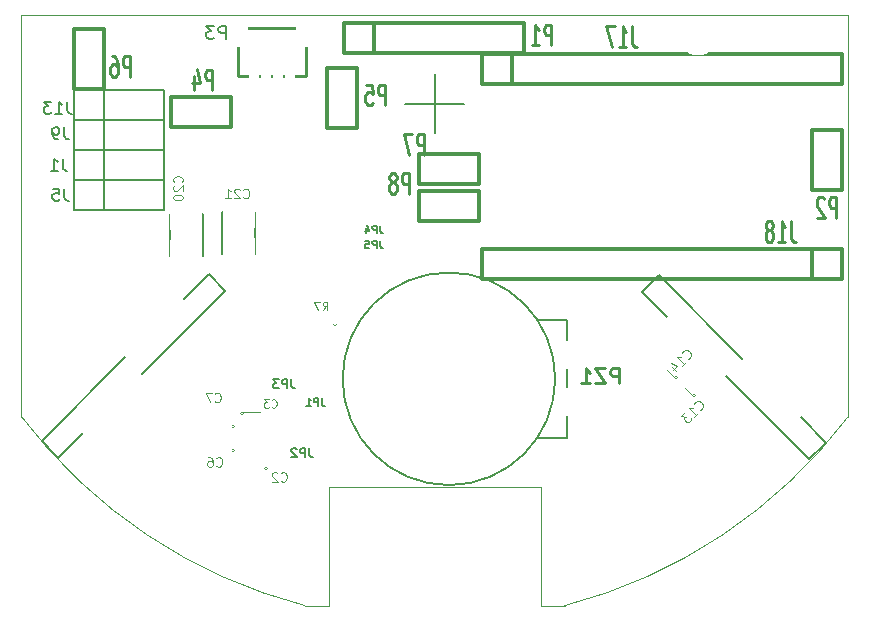
<source format=gbr>
G04 (created by PCBNEW (2013-07-07 BZR 4022)-stable) date 2/19/2015 5:20:46 AM*
%MOIN*%
G04 Gerber Fmt 3.4, Leading zero omitted, Abs format*
%FSLAX34Y34*%
G01*
G70*
G90*
G04 APERTURE LIST*
%ADD10C,0.00590551*%
%ADD11C,0.00393701*%
%ADD12C,0.00787402*%
%ADD13C,0.0039*%
%ADD14C,0.012*%
%ADD15C,0.006*%
%ADD16C,0.01*%
%ADD17C,0.005*%
%ADD18C,0.0043*%
%ADD19C,0.0107*%
%ADD20C,0.0099*%
%ADD21C,0.0050748*%
%ADD22C,0.0047*%
%ADD23R,0.0469685X0.0669685*%
%ADD24R,0.0669685X0.0469685*%
%ADD25R,0.0669685X0.0669685*%
%ADD26C,0.0669685*%
%ADD27R,0.0319685X0.0419685*%
%ADD28R,0.0719685X0.0719685*%
%ADD29C,0.0719685*%
%ADD30C,0.0906685*%
%ADD31R,0.0355685X0.0729685*%
%ADD32R,0.0591685X0.0827685*%
%ADD33R,0.110369X0.0887685*%
%ADD34C,0.153701*%
%ADD35C,0.130079*%
%ADD36C,0.0769291*%
G04 APERTURE END LIST*
G54D10*
G54D11*
X102367Y-58653D02*
G75*
G02X92910Y-64961I-13785J10425D01*
G74*
G01*
X92913Y-64960D02*
X92125Y-64960D01*
X84251Y-64960D02*
X85039Y-64960D01*
X85039Y-61023D02*
X92125Y-61023D01*
X74797Y-58653D02*
G75*
G03X84255Y-64961I13785J10425D01*
G74*
G01*
X92125Y-61023D02*
X92125Y-64960D01*
X85039Y-61023D02*
X85039Y-64960D01*
G54D12*
X87598Y-48228D02*
X89566Y-48228D01*
X88582Y-47244D02*
X88582Y-49212D01*
G54D11*
X74803Y-58661D02*
X74803Y-45275D01*
X102362Y-45275D02*
X102362Y-58661D01*
X74803Y-45275D02*
X102362Y-45275D01*
G54D13*
X81900Y-59000D02*
G75*
G03X81900Y-59000I-50J0D01*
G74*
G01*
X81400Y-59000D02*
X81800Y-59000D01*
X81800Y-59000D02*
X81800Y-58400D01*
X81800Y-58400D02*
X81400Y-58400D01*
X81000Y-58400D02*
X80600Y-58400D01*
X80600Y-58400D02*
X80600Y-59000D01*
X80600Y-59000D02*
X81000Y-59000D01*
X85300Y-55600D02*
G75*
G03X85300Y-55600I-50J0D01*
G74*
G01*
X85250Y-55150D02*
X85250Y-55550D01*
X85250Y-55550D02*
X85850Y-55550D01*
X85850Y-55550D02*
X85850Y-55150D01*
X85850Y-54750D02*
X85850Y-54350D01*
X85850Y-54350D02*
X85250Y-54350D01*
X85250Y-54350D02*
X85250Y-54750D01*
X83000Y-60400D02*
G75*
G03X83000Y-60400I-50J0D01*
G74*
G01*
X82950Y-60850D02*
X82950Y-60450D01*
X82950Y-60450D02*
X82350Y-60450D01*
X82350Y-60450D02*
X82350Y-60850D01*
X82350Y-61250D02*
X82350Y-61650D01*
X82350Y-61650D02*
X82950Y-61650D01*
X82950Y-61650D02*
X82950Y-61250D01*
X82200Y-58550D02*
G75*
G03X82200Y-58550I-50J0D01*
G74*
G01*
X82150Y-58100D02*
X82150Y-58500D01*
X82150Y-58500D02*
X82750Y-58500D01*
X82750Y-58500D02*
X82750Y-58100D01*
X82750Y-57700D02*
X82750Y-57300D01*
X82750Y-57300D02*
X82150Y-57300D01*
X82150Y-57300D02*
X82150Y-57700D01*
X96671Y-57352D02*
G75*
G03X96671Y-57352I-49J0D01*
G74*
G01*
X96303Y-57670D02*
X96586Y-57387D01*
X96586Y-57387D02*
X96162Y-56963D01*
X96162Y-56963D02*
X95879Y-57246D01*
X95596Y-57529D02*
X95313Y-57812D01*
X95313Y-57812D02*
X95737Y-58236D01*
X95737Y-58236D02*
X96020Y-57953D01*
X97271Y-57952D02*
G75*
G03X97271Y-57952I-49J0D01*
G74*
G01*
X96903Y-58270D02*
X97186Y-57987D01*
X97186Y-57987D02*
X96762Y-57563D01*
X96762Y-57563D02*
X96479Y-57846D01*
X96196Y-58129D02*
X95913Y-58412D01*
X95913Y-58412D02*
X96337Y-58836D01*
X96337Y-58836D02*
X96620Y-58553D01*
X81900Y-59800D02*
G75*
G03X81900Y-59800I-50J0D01*
G74*
G01*
X81400Y-59800D02*
X81800Y-59800D01*
X81800Y-59800D02*
X81800Y-59200D01*
X81800Y-59200D02*
X81400Y-59200D01*
X81000Y-59200D02*
X80600Y-59200D01*
X80600Y-59200D02*
X80600Y-59800D01*
X80600Y-59800D02*
X81000Y-59800D01*
G54D14*
X85553Y-45525D02*
X85553Y-46525D01*
X85553Y-46525D02*
X91553Y-46525D01*
X91553Y-46525D02*
X91553Y-45525D01*
X91553Y-45525D02*
X85553Y-45525D01*
X86553Y-45525D02*
X86553Y-46525D01*
X101150Y-51100D02*
X102150Y-51100D01*
X102150Y-51100D02*
X102150Y-49100D01*
X102150Y-49100D02*
X101150Y-49100D01*
X101150Y-49100D02*
X101150Y-51100D01*
X85000Y-49050D02*
X86000Y-49050D01*
X86000Y-49050D02*
X86000Y-47050D01*
X86000Y-47050D02*
X85000Y-47050D01*
X85000Y-47050D02*
X85000Y-49050D01*
X79800Y-48000D02*
X79800Y-49000D01*
X79800Y-49000D02*
X81800Y-49000D01*
X81800Y-49000D02*
X81800Y-48000D01*
X81800Y-48000D02*
X79800Y-48000D01*
X76550Y-47750D02*
X77550Y-47750D01*
X77550Y-47750D02*
X77550Y-45750D01*
X77550Y-45750D02*
X76550Y-45750D01*
X76550Y-45750D02*
X76550Y-47750D01*
X90150Y-46571D02*
X90150Y-46571D01*
X90150Y-46571D02*
X90150Y-47571D01*
X90150Y-47571D02*
X100150Y-47571D01*
X100150Y-46571D02*
X90150Y-46571D01*
X91150Y-46571D02*
X91150Y-47571D01*
X100150Y-47571D02*
X101900Y-47571D01*
X101900Y-47571D02*
X102150Y-47571D01*
X102150Y-47571D02*
X102150Y-46571D01*
X102150Y-46571D02*
X100150Y-46571D01*
X102150Y-54071D02*
X102150Y-54071D01*
X102150Y-54071D02*
X102150Y-53071D01*
X102150Y-53071D02*
X92150Y-53071D01*
X92150Y-54071D02*
X102150Y-54071D01*
X101150Y-54071D02*
X101150Y-53071D01*
X92150Y-53071D02*
X90400Y-53071D01*
X90400Y-53071D02*
X90150Y-53071D01*
X90150Y-53071D02*
X90150Y-54071D01*
X90150Y-54071D02*
X92150Y-54071D01*
G54D15*
X76553Y-50775D02*
X76553Y-51775D01*
X76553Y-51775D02*
X79553Y-51775D01*
X79553Y-51775D02*
X79553Y-50775D01*
X79553Y-50775D02*
X76553Y-50775D01*
X77553Y-51775D02*
X77553Y-50775D01*
X76553Y-49775D02*
X76553Y-50775D01*
X76553Y-50775D02*
X79553Y-50775D01*
X79553Y-50775D02*
X79553Y-49775D01*
X79553Y-49775D02*
X76553Y-49775D01*
X77553Y-50775D02*
X77553Y-49775D01*
X76553Y-48775D02*
X76553Y-49775D01*
X76553Y-49775D02*
X79553Y-49775D01*
X79553Y-49775D02*
X79553Y-48775D01*
X79553Y-48775D02*
X76553Y-48775D01*
X77553Y-49775D02*
X77553Y-48775D01*
X76553Y-47775D02*
X76553Y-48775D01*
X76553Y-48775D02*
X79553Y-48775D01*
X79553Y-48775D02*
X79553Y-47775D01*
X79553Y-47775D02*
X76553Y-47775D01*
X77553Y-48775D02*
X77553Y-47775D01*
G54D10*
X92987Y-55431D02*
X92002Y-55431D01*
X92987Y-59368D02*
X92002Y-59368D01*
X92987Y-59368D02*
X92987Y-55431D01*
X92593Y-57400D02*
G75*
G03X92593Y-57400I-3543J0D01*
G74*
G01*
G54D16*
X82019Y-45721D02*
X82019Y-47293D01*
X82019Y-47293D02*
X84281Y-47293D01*
X84281Y-47293D02*
X84281Y-45721D01*
X84281Y-45721D02*
X82019Y-45721D01*
X82019Y-46496D02*
X82019Y-47293D01*
X82019Y-47293D02*
X82166Y-47293D01*
X84281Y-46496D02*
X84281Y-47293D01*
X84281Y-47293D02*
X84134Y-47293D01*
X82560Y-45721D02*
X83740Y-45721D01*
G54D17*
X80850Y-52125D02*
X79750Y-52125D01*
X80850Y-51900D02*
X80850Y-53300D01*
X80850Y-53300D02*
X79750Y-53300D01*
X79750Y-53300D02*
X79750Y-51900D01*
X79750Y-51900D02*
X80850Y-51900D01*
X82600Y-52075D02*
X81500Y-52075D01*
X82600Y-51850D02*
X82600Y-53250D01*
X82600Y-53250D02*
X81500Y-53250D01*
X81500Y-53250D02*
X81500Y-51850D01*
X81500Y-51850D02*
X82600Y-51850D01*
G54D14*
X90050Y-50900D02*
X90050Y-49900D01*
X90050Y-49900D02*
X88050Y-49900D01*
X88050Y-49900D02*
X88050Y-50900D01*
X88050Y-50900D02*
X90050Y-50900D01*
X90050Y-52150D02*
X90050Y-51150D01*
X90050Y-51150D02*
X88050Y-51150D01*
X88050Y-51150D02*
X88050Y-52150D01*
X88050Y-52150D02*
X90050Y-52150D01*
G54D10*
X78812Y-57244D02*
X81596Y-54460D01*
X81596Y-54460D02*
X81039Y-53903D01*
X81039Y-53903D02*
X80204Y-54739D01*
X78255Y-56687D02*
X75471Y-59471D01*
X75471Y-59471D02*
X76028Y-60028D01*
X76028Y-60028D02*
X76863Y-59193D01*
X98833Y-56740D02*
X96049Y-53956D01*
X96049Y-53956D02*
X95492Y-54513D01*
X95492Y-54513D02*
X96327Y-55348D01*
X98276Y-57297D02*
X101060Y-60081D01*
X101060Y-60081D02*
X101616Y-59524D01*
X101616Y-59524D02*
X100781Y-58689D01*
G54D18*
X81252Y-58147D02*
X81267Y-58162D01*
X81312Y-58177D01*
X81342Y-58177D01*
X81387Y-58162D01*
X81417Y-58132D01*
X81432Y-58102D01*
X81447Y-58042D01*
X81447Y-57997D01*
X81432Y-57937D01*
X81417Y-57907D01*
X81387Y-57877D01*
X81342Y-57862D01*
X81312Y-57862D01*
X81267Y-57877D01*
X81252Y-57892D01*
X81147Y-57862D02*
X80937Y-57862D01*
X81072Y-58177D01*
X84845Y-55111D02*
X84937Y-54980D01*
X85003Y-55111D02*
X85003Y-54835D01*
X84898Y-54835D01*
X84872Y-54848D01*
X84859Y-54862D01*
X84845Y-54888D01*
X84845Y-54927D01*
X84859Y-54954D01*
X84872Y-54967D01*
X84898Y-54980D01*
X85003Y-54980D01*
X84754Y-54835D02*
X84570Y-54835D01*
X84688Y-55111D01*
X83452Y-60797D02*
X83467Y-60812D01*
X83512Y-60827D01*
X83542Y-60827D01*
X83587Y-60812D01*
X83617Y-60782D01*
X83632Y-60752D01*
X83647Y-60692D01*
X83647Y-60647D01*
X83632Y-60587D01*
X83617Y-60557D01*
X83587Y-60527D01*
X83542Y-60512D01*
X83512Y-60512D01*
X83467Y-60527D01*
X83452Y-60542D01*
X83332Y-60542D02*
X83317Y-60527D01*
X83287Y-60512D01*
X83212Y-60512D01*
X83182Y-60527D01*
X83167Y-60542D01*
X83152Y-60572D01*
X83152Y-60602D01*
X83167Y-60647D01*
X83347Y-60827D01*
X83152Y-60827D01*
X83145Y-58335D02*
X83159Y-58348D01*
X83198Y-58361D01*
X83224Y-58361D01*
X83264Y-58348D01*
X83290Y-58322D01*
X83303Y-58295D01*
X83316Y-58243D01*
X83316Y-58204D01*
X83303Y-58151D01*
X83290Y-58125D01*
X83264Y-58098D01*
X83224Y-58085D01*
X83198Y-58085D01*
X83159Y-58098D01*
X83145Y-58112D01*
X83054Y-58085D02*
X82883Y-58085D01*
X82975Y-58190D01*
X82935Y-58190D01*
X82909Y-58204D01*
X82896Y-58217D01*
X82883Y-58243D01*
X82883Y-58309D01*
X82896Y-58335D01*
X82909Y-58348D01*
X82935Y-58361D01*
X83014Y-58361D01*
X83040Y-58348D01*
X83054Y-58335D01*
X97012Y-56725D02*
X97033Y-56725D01*
X97075Y-56704D01*
X97097Y-56683D01*
X97118Y-56640D01*
X97118Y-56598D01*
X97107Y-56566D01*
X97075Y-56513D01*
X97044Y-56481D01*
X96990Y-56449D01*
X96959Y-56439D01*
X96916Y-56439D01*
X96874Y-56460D01*
X96853Y-56481D01*
X96831Y-56524D01*
X96831Y-56545D01*
X96821Y-56959D02*
X96948Y-56831D01*
X96884Y-56895D02*
X96662Y-56672D01*
X96715Y-56683D01*
X96757Y-56683D01*
X96789Y-56672D01*
X96481Y-57001D02*
X96630Y-57150D01*
X96449Y-56863D02*
X96662Y-56969D01*
X96524Y-57107D01*
X97412Y-58425D02*
X97433Y-58425D01*
X97475Y-58404D01*
X97497Y-58383D01*
X97518Y-58340D01*
X97518Y-58298D01*
X97507Y-58266D01*
X97475Y-58213D01*
X97444Y-58181D01*
X97390Y-58149D01*
X97359Y-58139D01*
X97316Y-58139D01*
X97274Y-58160D01*
X97253Y-58181D01*
X97231Y-58224D01*
X97231Y-58245D01*
X97221Y-58659D02*
X97348Y-58531D01*
X97284Y-58595D02*
X97062Y-58372D01*
X97115Y-58383D01*
X97157Y-58383D01*
X97189Y-58372D01*
X96924Y-58510D02*
X96786Y-58648D01*
X96945Y-58659D01*
X96913Y-58690D01*
X96902Y-58722D01*
X96902Y-58744D01*
X96913Y-58775D01*
X96966Y-58828D01*
X96998Y-58839D01*
X97019Y-58839D01*
X97051Y-58828D01*
X97115Y-58765D01*
X97125Y-58733D01*
X97125Y-58712D01*
X81302Y-60297D02*
X81317Y-60312D01*
X81362Y-60327D01*
X81392Y-60327D01*
X81437Y-60312D01*
X81467Y-60282D01*
X81482Y-60252D01*
X81497Y-60192D01*
X81497Y-60147D01*
X81482Y-60087D01*
X81467Y-60057D01*
X81437Y-60027D01*
X81392Y-60012D01*
X81362Y-60012D01*
X81317Y-60027D01*
X81302Y-60042D01*
X81032Y-60012D02*
X81092Y-60012D01*
X81122Y-60027D01*
X81137Y-60042D01*
X81167Y-60087D01*
X81182Y-60147D01*
X81182Y-60267D01*
X81167Y-60297D01*
X81152Y-60312D01*
X81122Y-60327D01*
X81062Y-60327D01*
X81032Y-60312D01*
X81017Y-60297D01*
X81002Y-60267D01*
X81002Y-60192D01*
X81017Y-60162D01*
X81032Y-60147D01*
X81062Y-60132D01*
X81122Y-60132D01*
X81152Y-60147D01*
X81167Y-60162D01*
X81182Y-60192D01*
G54D19*
X92465Y-46275D02*
X92465Y-45594D01*
X92302Y-45594D01*
X92262Y-45627D01*
X92241Y-45659D01*
X92221Y-45724D01*
X92221Y-45821D01*
X92241Y-45886D01*
X92262Y-45918D01*
X92302Y-45951D01*
X92465Y-45951D01*
X91813Y-46275D02*
X92058Y-46275D01*
X91936Y-46275D02*
X91936Y-45594D01*
X91976Y-45691D01*
X92017Y-45756D01*
X92058Y-45789D01*
G54D14*
G54D19*
X101965Y-52025D02*
X101965Y-51344D01*
X101802Y-51344D01*
X101762Y-51377D01*
X101741Y-51409D01*
X101721Y-51474D01*
X101721Y-51571D01*
X101741Y-51636D01*
X101762Y-51668D01*
X101802Y-51701D01*
X101965Y-51701D01*
X101558Y-51409D02*
X101537Y-51377D01*
X101497Y-51344D01*
X101395Y-51344D01*
X101354Y-51377D01*
X101334Y-51409D01*
X101313Y-51474D01*
X101313Y-51539D01*
X101334Y-51636D01*
X101578Y-52025D01*
X101313Y-52025D01*
G54D14*
G54D19*
X86915Y-48275D02*
X86915Y-47594D01*
X86752Y-47594D01*
X86712Y-47627D01*
X86691Y-47659D01*
X86671Y-47724D01*
X86671Y-47821D01*
X86691Y-47886D01*
X86712Y-47918D01*
X86752Y-47951D01*
X86915Y-47951D01*
X86284Y-47594D02*
X86487Y-47594D01*
X86508Y-47918D01*
X86487Y-47886D01*
X86447Y-47854D01*
X86345Y-47854D01*
X86304Y-47886D01*
X86284Y-47918D01*
X86263Y-47983D01*
X86263Y-48145D01*
X86284Y-48210D01*
X86304Y-48243D01*
X86345Y-48275D01*
X86447Y-48275D01*
X86487Y-48243D01*
X86508Y-48210D01*
G54D14*
G54D19*
X81165Y-47775D02*
X81165Y-47094D01*
X81002Y-47094D01*
X80962Y-47127D01*
X80941Y-47159D01*
X80921Y-47224D01*
X80921Y-47321D01*
X80941Y-47386D01*
X80962Y-47418D01*
X81002Y-47451D01*
X81165Y-47451D01*
X80554Y-47321D02*
X80554Y-47775D01*
X80656Y-47062D02*
X80758Y-47548D01*
X80493Y-47548D01*
G54D14*
G54D19*
X78415Y-47325D02*
X78415Y-46644D01*
X78252Y-46644D01*
X78212Y-46677D01*
X78191Y-46709D01*
X78171Y-46774D01*
X78171Y-46871D01*
X78191Y-46936D01*
X78212Y-46968D01*
X78252Y-47001D01*
X78415Y-47001D01*
X77804Y-46644D02*
X77886Y-46644D01*
X77926Y-46677D01*
X77947Y-46709D01*
X77987Y-46806D01*
X78008Y-46936D01*
X78008Y-47195D01*
X77987Y-47260D01*
X77967Y-47293D01*
X77926Y-47325D01*
X77845Y-47325D01*
X77804Y-47293D01*
X77784Y-47260D01*
X77763Y-47195D01*
X77763Y-47033D01*
X77784Y-46968D01*
X77804Y-46936D01*
X77845Y-46904D01*
X77926Y-46904D01*
X77967Y-46936D01*
X77987Y-46968D01*
X78008Y-47033D01*
G54D14*
G54D19*
X95146Y-45644D02*
X95146Y-46131D01*
X95166Y-46228D01*
X95207Y-46293D01*
X95268Y-46325D01*
X95309Y-46325D01*
X94718Y-46325D02*
X94963Y-46325D01*
X94840Y-46325D02*
X94840Y-45644D01*
X94881Y-45741D01*
X94922Y-45806D01*
X94963Y-45839D01*
X94575Y-45644D02*
X94290Y-45644D01*
X94473Y-46325D01*
G54D14*
G54D19*
X100446Y-52144D02*
X100446Y-52631D01*
X100466Y-52728D01*
X100507Y-52793D01*
X100568Y-52825D01*
X100609Y-52825D01*
X100018Y-52825D02*
X100263Y-52825D01*
X100140Y-52825D02*
X100140Y-52144D01*
X100181Y-52241D01*
X100222Y-52306D01*
X100263Y-52339D01*
X99773Y-52436D02*
X99814Y-52404D01*
X99835Y-52371D01*
X99855Y-52306D01*
X99855Y-52274D01*
X99835Y-52209D01*
X99814Y-52177D01*
X99773Y-52144D01*
X99692Y-52144D01*
X99651Y-52177D01*
X99631Y-52209D01*
X99610Y-52274D01*
X99610Y-52306D01*
X99631Y-52371D01*
X99651Y-52404D01*
X99692Y-52436D01*
X99773Y-52436D01*
X99814Y-52468D01*
X99835Y-52501D01*
X99855Y-52566D01*
X99855Y-52695D01*
X99835Y-52760D01*
X99814Y-52793D01*
X99773Y-52825D01*
X99692Y-52825D01*
X99651Y-52793D01*
X99631Y-52760D01*
X99610Y-52695D01*
X99610Y-52566D01*
X99631Y-52501D01*
X99651Y-52468D01*
X99692Y-52436D01*
G54D14*
G54D17*
X84813Y-58047D02*
X84813Y-58230D01*
X84825Y-58267D01*
X84849Y-58291D01*
X84886Y-58303D01*
X84910Y-58303D01*
X84691Y-58303D02*
X84691Y-58047D01*
X84593Y-58047D01*
X84569Y-58059D01*
X84557Y-58072D01*
X84545Y-58096D01*
X84545Y-58132D01*
X84557Y-58157D01*
X84569Y-58169D01*
X84593Y-58181D01*
X84691Y-58181D01*
X84301Y-58303D02*
X84447Y-58303D01*
X84374Y-58303D02*
X84374Y-58047D01*
X84398Y-58084D01*
X84423Y-58108D01*
X84447Y-58120D01*
X83799Y-57421D02*
X83799Y-57635D01*
X83814Y-57678D01*
X83842Y-57707D01*
X83885Y-57721D01*
X83914Y-57721D01*
X83657Y-57721D02*
X83657Y-57421D01*
X83542Y-57421D01*
X83514Y-57435D01*
X83500Y-57450D01*
X83485Y-57478D01*
X83485Y-57521D01*
X83500Y-57550D01*
X83514Y-57564D01*
X83542Y-57578D01*
X83657Y-57578D01*
X83385Y-57421D02*
X83200Y-57421D01*
X83300Y-57535D01*
X83257Y-57535D01*
X83228Y-57550D01*
X83214Y-57564D01*
X83200Y-57592D01*
X83200Y-57664D01*
X83214Y-57692D01*
X83228Y-57707D01*
X83257Y-57721D01*
X83342Y-57721D01*
X83371Y-57707D01*
X83385Y-57692D01*
X84399Y-59721D02*
X84399Y-59935D01*
X84414Y-59978D01*
X84442Y-60007D01*
X84485Y-60021D01*
X84514Y-60021D01*
X84257Y-60021D02*
X84257Y-59721D01*
X84142Y-59721D01*
X84114Y-59735D01*
X84100Y-59750D01*
X84085Y-59778D01*
X84085Y-59821D01*
X84100Y-59850D01*
X84114Y-59864D01*
X84142Y-59878D01*
X84257Y-59878D01*
X83971Y-59750D02*
X83957Y-59735D01*
X83928Y-59721D01*
X83857Y-59721D01*
X83828Y-59735D01*
X83814Y-59750D01*
X83800Y-59778D01*
X83800Y-59807D01*
X83814Y-59850D01*
X83985Y-60021D01*
X83800Y-60021D01*
G54D15*
X76233Y-51061D02*
X76233Y-51347D01*
X76252Y-51404D01*
X76290Y-51442D01*
X76347Y-51461D01*
X76385Y-51461D01*
X75852Y-51061D02*
X76042Y-51061D01*
X76061Y-51252D01*
X76042Y-51233D01*
X76004Y-51214D01*
X75909Y-51214D01*
X75871Y-51233D01*
X75852Y-51252D01*
X75833Y-51290D01*
X75833Y-51385D01*
X75852Y-51423D01*
X75871Y-51442D01*
X75909Y-51461D01*
X76004Y-51461D01*
X76042Y-51442D01*
X76061Y-51423D01*
X76183Y-50061D02*
X76183Y-50347D01*
X76202Y-50404D01*
X76240Y-50442D01*
X76297Y-50461D01*
X76335Y-50461D01*
X75783Y-50461D02*
X76011Y-50461D01*
X75897Y-50461D02*
X75897Y-50061D01*
X75935Y-50119D01*
X75973Y-50157D01*
X76011Y-50176D01*
X76233Y-49011D02*
X76233Y-49297D01*
X76252Y-49354D01*
X76290Y-49392D01*
X76347Y-49411D01*
X76385Y-49411D01*
X76023Y-49411D02*
X75947Y-49411D01*
X75909Y-49392D01*
X75890Y-49373D01*
X75852Y-49316D01*
X75833Y-49240D01*
X75833Y-49088D01*
X75852Y-49050D01*
X75871Y-49030D01*
X75909Y-49011D01*
X75985Y-49011D01*
X76023Y-49030D01*
X76042Y-49050D01*
X76061Y-49088D01*
X76061Y-49183D01*
X76042Y-49221D01*
X76023Y-49240D01*
X75985Y-49259D01*
X75909Y-49259D01*
X75871Y-49240D01*
X75852Y-49221D01*
X75833Y-49183D01*
X76323Y-48161D02*
X76323Y-48447D01*
X76342Y-48504D01*
X76380Y-48542D01*
X76438Y-48561D01*
X76476Y-48561D01*
X75923Y-48561D02*
X76152Y-48561D01*
X76038Y-48561D02*
X76038Y-48161D01*
X76076Y-48219D01*
X76114Y-48257D01*
X76152Y-48276D01*
X75790Y-48161D02*
X75542Y-48161D01*
X75676Y-48314D01*
X75619Y-48314D01*
X75580Y-48333D01*
X75561Y-48352D01*
X75542Y-48390D01*
X75542Y-48485D01*
X75561Y-48523D01*
X75580Y-48542D01*
X75619Y-48561D01*
X75733Y-48561D01*
X75771Y-48542D01*
X75790Y-48523D01*
G54D20*
X94707Y-57552D02*
X94707Y-57052D01*
X94516Y-57052D01*
X94469Y-57076D01*
X94445Y-57100D01*
X94421Y-57147D01*
X94421Y-57219D01*
X94445Y-57266D01*
X94469Y-57290D01*
X94516Y-57314D01*
X94707Y-57314D01*
X94254Y-57052D02*
X93921Y-57052D01*
X94254Y-57552D01*
X93921Y-57552D01*
X93469Y-57552D02*
X93754Y-57552D01*
X93611Y-57552D02*
X93611Y-57052D01*
X93659Y-57123D01*
X93707Y-57171D01*
X93754Y-57195D01*
G54D21*
X81610Y-46070D02*
X81610Y-45649D01*
X81450Y-45649D01*
X81410Y-45669D01*
X81390Y-45689D01*
X81370Y-45729D01*
X81370Y-45789D01*
X81390Y-45829D01*
X81410Y-45849D01*
X81450Y-45869D01*
X81610Y-45869D01*
X81229Y-45649D02*
X80969Y-45649D01*
X81109Y-45809D01*
X81049Y-45809D01*
X81009Y-45829D01*
X80989Y-45849D01*
X80969Y-45889D01*
X80969Y-45990D01*
X80989Y-46030D01*
X81009Y-46050D01*
X81049Y-46070D01*
X81169Y-46070D01*
X81209Y-46050D01*
X81229Y-46030D01*
G54D22*
X80147Y-50847D02*
X80162Y-50832D01*
X80177Y-50787D01*
X80177Y-50757D01*
X80162Y-50712D01*
X80132Y-50682D01*
X80102Y-50667D01*
X80042Y-50652D01*
X79997Y-50652D01*
X79937Y-50667D01*
X79907Y-50682D01*
X79877Y-50712D01*
X79862Y-50757D01*
X79862Y-50787D01*
X79877Y-50832D01*
X79892Y-50847D01*
X79892Y-50967D02*
X79877Y-50982D01*
X79862Y-51012D01*
X79862Y-51087D01*
X79877Y-51117D01*
X79892Y-51132D01*
X79922Y-51147D01*
X79952Y-51147D01*
X79997Y-51132D01*
X80177Y-50952D01*
X80177Y-51147D01*
X79862Y-51342D02*
X79862Y-51372D01*
X79877Y-51402D01*
X79892Y-51417D01*
X79922Y-51432D01*
X79982Y-51447D01*
X80057Y-51447D01*
X80117Y-51432D01*
X80147Y-51417D01*
X80162Y-51402D01*
X80177Y-51372D01*
X80177Y-51342D01*
X80162Y-51312D01*
X80147Y-51297D01*
X80117Y-51282D01*
X80057Y-51267D01*
X79982Y-51267D01*
X79922Y-51282D01*
X79892Y-51297D01*
X79877Y-51312D01*
X79862Y-51342D01*
X82202Y-51347D02*
X82217Y-51362D01*
X82262Y-51377D01*
X82292Y-51377D01*
X82337Y-51362D01*
X82367Y-51332D01*
X82382Y-51302D01*
X82397Y-51242D01*
X82397Y-51197D01*
X82382Y-51137D01*
X82367Y-51107D01*
X82337Y-51077D01*
X82292Y-51062D01*
X82262Y-51062D01*
X82217Y-51077D01*
X82202Y-51092D01*
X82082Y-51092D02*
X82067Y-51077D01*
X82037Y-51062D01*
X81962Y-51062D01*
X81932Y-51077D01*
X81917Y-51092D01*
X81902Y-51122D01*
X81902Y-51152D01*
X81917Y-51197D01*
X82097Y-51377D01*
X81902Y-51377D01*
X81602Y-51377D02*
X81782Y-51377D01*
X81692Y-51377D02*
X81692Y-51062D01*
X81722Y-51107D01*
X81752Y-51137D01*
X81782Y-51152D01*
G54D17*
X86763Y-52297D02*
X86763Y-52480D01*
X86775Y-52517D01*
X86799Y-52541D01*
X86836Y-52553D01*
X86860Y-52553D01*
X86641Y-52553D02*
X86641Y-52297D01*
X86543Y-52297D01*
X86519Y-52309D01*
X86507Y-52322D01*
X86495Y-52346D01*
X86495Y-52382D01*
X86507Y-52407D01*
X86519Y-52419D01*
X86543Y-52431D01*
X86641Y-52431D01*
X86275Y-52382D02*
X86275Y-52553D01*
X86336Y-52285D02*
X86397Y-52468D01*
X86239Y-52468D01*
X86763Y-52797D02*
X86763Y-52980D01*
X86775Y-53017D01*
X86799Y-53041D01*
X86836Y-53053D01*
X86860Y-53053D01*
X86641Y-53053D02*
X86641Y-52797D01*
X86543Y-52797D01*
X86519Y-52809D01*
X86507Y-52822D01*
X86495Y-52846D01*
X86495Y-52882D01*
X86507Y-52907D01*
X86519Y-52919D01*
X86543Y-52931D01*
X86641Y-52931D01*
X86263Y-52797D02*
X86385Y-52797D01*
X86397Y-52919D01*
X86385Y-52907D01*
X86361Y-52895D01*
X86300Y-52895D01*
X86275Y-52907D01*
X86263Y-52919D01*
X86251Y-52943D01*
X86251Y-53004D01*
X86263Y-53029D01*
X86275Y-53041D01*
X86300Y-53053D01*
X86361Y-53053D01*
X86385Y-53041D01*
X86397Y-53029D01*
G54D19*
X88215Y-49925D02*
X88215Y-49244D01*
X88052Y-49244D01*
X88012Y-49277D01*
X87991Y-49309D01*
X87971Y-49374D01*
X87971Y-49471D01*
X87991Y-49536D01*
X88012Y-49568D01*
X88052Y-49601D01*
X88215Y-49601D01*
X87828Y-49244D02*
X87543Y-49244D01*
X87726Y-49925D01*
G54D14*
G54D19*
X87715Y-51225D02*
X87715Y-50544D01*
X87552Y-50544D01*
X87512Y-50577D01*
X87491Y-50609D01*
X87471Y-50674D01*
X87471Y-50771D01*
X87491Y-50836D01*
X87512Y-50868D01*
X87552Y-50901D01*
X87715Y-50901D01*
X87226Y-50836D02*
X87267Y-50804D01*
X87287Y-50771D01*
X87308Y-50706D01*
X87308Y-50674D01*
X87287Y-50609D01*
X87267Y-50577D01*
X87226Y-50544D01*
X87145Y-50544D01*
X87104Y-50577D01*
X87084Y-50609D01*
X87063Y-50674D01*
X87063Y-50706D01*
X87084Y-50771D01*
X87104Y-50804D01*
X87145Y-50836D01*
X87226Y-50836D01*
X87267Y-50868D01*
X87287Y-50901D01*
X87308Y-50966D01*
X87308Y-51095D01*
X87287Y-51160D01*
X87267Y-51193D01*
X87226Y-51225D01*
X87145Y-51225D01*
X87104Y-51193D01*
X87084Y-51160D01*
X87063Y-51095D01*
X87063Y-50966D01*
X87084Y-50901D01*
X87104Y-50868D01*
X87145Y-50836D01*
G54D14*
%LPC*%
G54D23*
X81575Y-58700D03*
X80825Y-58700D03*
G54D24*
X85550Y-55325D03*
X85550Y-54575D03*
X82650Y-60675D03*
X82650Y-61425D03*
X82450Y-58275D03*
X82450Y-57525D03*
G54D10*
G36*
X96144Y-56932D02*
X96617Y-57405D01*
X96285Y-57737D01*
X95812Y-57264D01*
X96144Y-56932D01*
X96144Y-56932D01*
G37*
G36*
X95614Y-57462D02*
X96087Y-57935D01*
X95755Y-58267D01*
X95282Y-57794D01*
X95614Y-57462D01*
X95614Y-57462D01*
G37*
G36*
X96744Y-57532D02*
X97217Y-58005D01*
X96885Y-58337D01*
X96412Y-57864D01*
X96744Y-57532D01*
X96744Y-57532D01*
G37*
G36*
X96214Y-58062D02*
X96687Y-58535D01*
X96355Y-58867D01*
X95882Y-58394D01*
X96214Y-58062D01*
X96214Y-58062D01*
G37*
G54D23*
X81575Y-59500D03*
X80825Y-59500D03*
G54D25*
X86053Y-46025D03*
G54D26*
X87053Y-46025D03*
X88053Y-46025D03*
X89053Y-46025D03*
X90053Y-46025D03*
X91053Y-46025D03*
G54D25*
X101650Y-50600D03*
G54D26*
X101650Y-49600D03*
G54D25*
X85500Y-48550D03*
G54D26*
X85500Y-47550D03*
G54D25*
X80300Y-48500D03*
G54D26*
X81300Y-48500D03*
G54D25*
X77050Y-47250D03*
G54D26*
X77050Y-46250D03*
G54D25*
X90650Y-47071D03*
G54D26*
X91650Y-47071D03*
X92650Y-47071D03*
X93650Y-47071D03*
X94650Y-47071D03*
X95650Y-47071D03*
X96650Y-47071D03*
X97650Y-47071D03*
X98650Y-47071D03*
X99650Y-47071D03*
X100650Y-47071D03*
X101650Y-47071D03*
G54D25*
X101650Y-53571D03*
G54D26*
X100650Y-53571D03*
X99650Y-53571D03*
X98650Y-53571D03*
X97650Y-53571D03*
X96650Y-53571D03*
X95650Y-53571D03*
X94650Y-53571D03*
X93650Y-53571D03*
X92650Y-53571D03*
X91650Y-53571D03*
X90650Y-53571D03*
G54D27*
X85150Y-58650D03*
X84870Y-58650D03*
X85430Y-58650D03*
X83700Y-58650D03*
X83980Y-58650D03*
X83420Y-58650D03*
X84550Y-59250D03*
X84830Y-59250D03*
X84270Y-59250D03*
G54D28*
X77053Y-51275D03*
G54D29*
X78053Y-51275D03*
X79053Y-51275D03*
G54D28*
X77053Y-50275D03*
G54D29*
X78053Y-50275D03*
X79053Y-50275D03*
G54D28*
X77053Y-49275D03*
G54D29*
X78053Y-49275D03*
X79053Y-49275D03*
G54D28*
X77053Y-48275D03*
G54D29*
X78053Y-48275D03*
X79053Y-48275D03*
G54D30*
X92987Y-58187D03*
X92987Y-56612D03*
G54D31*
X82560Y-47471D03*
X82954Y-47471D03*
X83346Y-47471D03*
X83740Y-47471D03*
G54D32*
X82048Y-45946D03*
X84252Y-45946D03*
G54D33*
X80300Y-52000D03*
X80300Y-53200D03*
X82050Y-51950D03*
X82050Y-53150D03*
G54D27*
X85600Y-52050D03*
X85880Y-52050D03*
X85320Y-52050D03*
X85600Y-53000D03*
X85880Y-53000D03*
X85320Y-53000D03*
G54D25*
X89550Y-50400D03*
G54D26*
X88550Y-50400D03*
G54D25*
X89550Y-51650D03*
G54D26*
X88550Y-51650D03*
G54D34*
X76000Y-56275D03*
X101150Y-56275D03*
G54D35*
X97350Y-45975D03*
X79800Y-45975D03*
G54D36*
X78668Y-56249D03*
X79698Y-55219D03*
X78384Y-57696D03*
X77313Y-58768D03*
X97837Y-56884D03*
X96807Y-55854D03*
X99285Y-57168D03*
X100357Y-58239D03*
M02*

</source>
